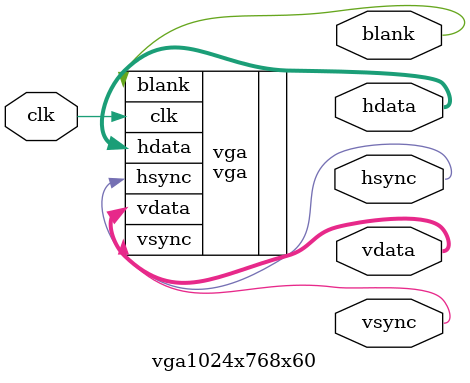
<source format=v>
`timescale 1ns / 100ps
module vga1024x768x60
(
	input wire clk,
	output wire hsync,
	output wire vsync,
	output wire [11:0] hdata,
	output wire [11:0] vdata,
	output wire blank
);
	 
	// Instantiate
	vga #(12, 1024, 1032, 1176, 1344, 768, 771, 777, 806, 0, 0) vga (
		.clk(clk), 
		.hdata(hdata),
		.vdata(vdata),
		.hsync(hsync),
		.vsync(vsync),
		.blank(blank)
	);

endmodule


</source>
